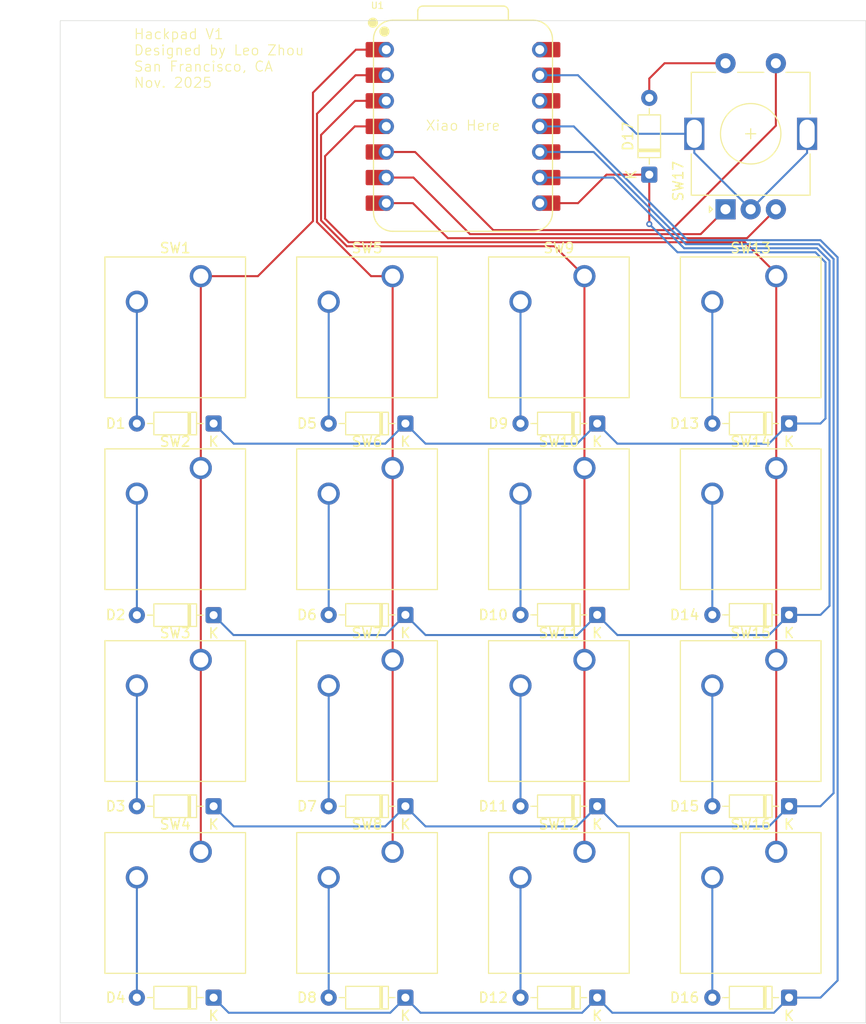
<source format=kicad_pcb>
(kicad_pcb (version 20241229) (generator "pcbnew") (generator_version "9.0")
  (layers (0 "F.Cu" signal) (2 "B.Cu" signal) (13 "F.Paste" user) (15 "B.Paste" user) (5 "F.SilkS" user "F.Silkscreen") (7 "B.SilkS" user "B.Silkscreen") (1 "F.Mask" user) (3 "B.Mask" user) (25 "Edge.Cuts" user))
  (net 0 "")
  (net 1 "r0")
  (net 2 "Net-(D1-A)")
  (net 3 "Net-(D2-A)")
  (net 4 "r1")
  (net 5 "Net-(D3-A)")
  (net 6 "r2")
  (net 7 "Net-(D4-A)")
  (net 8 "r3")
  (net 9 "Net-(D5-A)")
  (net 10 "Net-(D6-A)")
  (net 11 "Net-(D7-A)")
  (net 12 "Net-(D8-A)")
  (net 13 "Net-(D9-A)")
  (net 14 "Net-(D10-A)")
  (net 15 "Net-(D11-A)")
  (net 16 "Net-(D12-A)")
  (net 17 "Net-(D13-A)")
  (net 18 "Net-(D14-A)")
  (net 19 "Net-(D15-A)")
  (net 20 "Net-(D16-A)")
  (net 21 "EC11_SW_B")
  (net 22 "c0")
  (net 23 "c1")
  (net 24 "c2")
  (net 25 "c3")
  (net 26 "GND")
  (net 27 "EC11_B")
  (net 28 "EC11_A")
  (net 29 "EC11_SW_A")
  (net 31 "+5V")
  (footprint "Diode_THT:D_DO-35_SOD27_P7.62mm_Horizontal" (layer "F.Cu") (at 170.3812 107 180)
    (property "Reference" "D15" (at 10.3812 0 0) (layer "F.SilkS"))
    (property "Value" "1N4148")
    (fp_text user "K" (at 0 -1.8 0) (layer "F.SilkS"))
    (pad "1" thru_hole roundrect (at 0 0 180) (size 1.6 1.6) (drill 0.8) (layers "*.Cu" "*.Mask") (roundrect_rratio 0.15625) (net 6 "r2"))
    (pad "2" thru_hole circle (at 7.62 0 180) (size 1.6 1.6) (drill 0.8) (layers "*.Cu" "*.Mask") (net 19 "Net-(D15-A)"))
  )
  (footprint "Button_Switch_Keyboard:SW_Cherry_MX_1.00u_PCB" (layer "F.Cu") (at 169.1112 54.3696)
    (property "Reference" "SW13" (at -2.54 -2.794 0) (layer "F.SilkS"))
    (property "Value" "SW_Push_45deg")
    (pad "" np_thru_hole circle (at -7.62 5.08) (size 1.7 1.7) (drill 1.7) (layers "*.Cu" "*.Mask"))
    (pad "" np_thru_hole circle (at -2.54 5.08) (size 4 4) (drill 4) (layers "*.Cu" "*.Mask"))
    (pad "" np_thru_hole circle (at 2.54 5.08) (size 1.7 1.7) (drill 1.7) (layers "*.Cu" "*.Mask"))
    (pad "1" thru_hole circle (at 0 0) (size 2.2 2.2) (drill 1.5) (layers "*.Cu" "*.Mask") (net 25 "c3"))
    (pad "2" thru_hole circle (at -6.35 2.54) (size 2.2 2.2) (drill 1.5) (layers "*.Cu" "*.Mask") (net 17 "Net-(D13-A)"))
  )
  (footprint "Button_Switch_Keyboard:SW_Cherry_MX_1.00u_PCB" (layer "F.Cu") (at 169.1112 73.42)
    (property "Reference" "SW14" (at -2.54 -2.62 0) (layer "F.SilkS"))
    (property "Value" "SW_Push_45deg")
    (pad "" np_thru_hole circle (at -7.62 5.08) (size 1.7 1.7) (drill 1.7) (layers "*.Cu" "*.Mask"))
    (pad "" np_thru_hole circle (at -2.54 5.08) (size 4 4) (drill 4) (layers "*.Cu" "*.Mask"))
    (pad "" np_thru_hole circle (at 2.54 5.08) (size 1.7 1.7) (drill 1.7) (layers "*.Cu" "*.Mask"))
    (pad "1" thru_hole circle (at 0 0) (size 2.2 2.2) (drill 1.5) (layers "*.Cu" "*.Mask") (net 25 "c3"))
    (pad "2" thru_hole circle (at -6.35 2.54) (size 2.2 2.2) (drill 1.5) (layers "*.Cu" "*.Mask") (net 18 "Net-(D14-A)"))
  )
  (footprint "Button_Switch_Keyboard:SW_Cherry_MX_1.00u_PCB" (layer "F.Cu") (at 131.0104 92.4704)
    (property "Reference" "SW7" (at -2.54 -2.6704 0) (layer "F.SilkS"))
    (property "Value" "SW_Push_45deg")
    (pad "" np_thru_hole circle (at -7.62 5.08) (size 1.7 1.7) (drill 1.7) (layers "*.Cu" "*.Mask"))
    (pad "" np_thru_hole circle (at -2.54 5.08) (size 4 4) (drill 4) (layers "*.Cu" "*.Mask"))
    (pad "" np_thru_hole circle (at 2.54 5.08) (size 1.7 1.7) (drill 1.7) (layers "*.Cu" "*.Mask"))
    (pad "1" thru_hole circle (at 0 0) (size 2.2 2.2) (drill 1.5) (layers "*.Cu" "*.Mask") (net 23 "c1"))
    (pad "2" thru_hole circle (at -6.35 2.54) (size 2.2 2.2) (drill 1.5) (layers "*.Cu" "*.Mask") (net 11 "Net-(D7-A)"))
  )
  (footprint "Button_Switch_Keyboard:SW_Cherry_MX_1.00u_PCB" (layer "F.Cu") (at 131.0104 54.3696)
    (property "Reference" "SW5" (at -2.54 -2.794 0) (layer "F.SilkS"))
    (property "Value" "SW_Push_45deg")
    (pad "" np_thru_hole circle (at -7.62 5.08) (size 1.7 1.7) (drill 1.7) (layers "*.Cu" "*.Mask"))
    (pad "" np_thru_hole circle (at -2.54 5.08) (size 4 4) (drill 4) (layers "*.Cu" "*.Mask"))
    (pad "" np_thru_hole circle (at 2.54 5.08) (size 1.7 1.7) (drill 1.7) (layers "*.Cu" "*.Mask"))
    (pad "1" thru_hole circle (at 0 0) (size 2.2 2.2) (drill 1.5) (layers "*.Cu" "*.Mask") (net 23 "c1"))
    (pad "2" thru_hole circle (at -6.35 2.54) (size 2.2 2.2) (drill 1.5) (layers "*.Cu" "*.Mask") (net 9 "Net-(D5-A)"))
  )
  (footprint "MountingHole:MountingHole_3.2mm_M3" (layer "F.Cu") (at 153 32.5)
    (property "Reference" "REF**" (hide yes))
    (property "Value" "MountingHole_3.2mm_M3")
    (pad "" np_thru_hole circle (at 0 0) (size 3.2 3.2) (drill 3.2) (layers "*.Cu" "*.Mask"))
  )
  (footprint "Diode_THT:D_DO-35_SOD27_P7.62mm_Horizontal" (layer "F.Cu") (at 151.3308 69 180)
    (property "Reference" "D9" (at 9.8308 0 0) (layer "F.SilkS"))
    (property "Value" "1N4148")
    (fp_text user "K" (at 0 -1.8 0) (layer "F.SilkS"))
    (pad "1" thru_hole roundrect (at 0 0 180) (size 1.6 1.6) (drill 0.8) (layers "*.Cu" "*.Mask") (roundrect_rratio 0.15625) (net 1 "r0"))
    (pad "2" thru_hole circle (at 7.62 0 180) (size 1.6 1.6) (drill 0.8) (layers "*.Cu" "*.Mask") (net 13 "Net-(D9-A)"))
  )
  (footprint "Diode_THT:D_DO-35_SOD27_P7.62mm_Horizontal" (layer "F.Cu") (at 132.2804 126 180)
    (property "Reference" "D8" (at 9.7804 0 0) (layer "F.SilkS"))
    (property "Value" "1N4148")
    (fp_text user "K" (at 0 -1.8 0) (layer "F.SilkS"))
    (pad "1" thru_hole roundrect (at 0 0 180) (size 1.6 1.6) (drill 0.8) (layers "*.Cu" "*.Mask") (roundrect_rratio 0.15625) (net 8 "r3"))
    (pad "2" thru_hole circle (at 7.62 0 180) (size 1.6 1.6) (drill 0.8) (layers "*.Cu" "*.Mask") (net 12 "Net-(D8-A)"))
  )
  (footprint "Diode_THT:D_DO-35_SOD27_P7.62mm_Horizontal" (layer "F.Cu") (at 132.2804 88 180)
    (property "Reference" "D6" (at 9.7804 0 0) (layer "F.SilkS"))
    (property "Value" "1N4148")
    (fp_text user "K" (at 0 -1.8 0) (layer "F.SilkS"))
    (pad "1" thru_hole roundrect (at 0 0 180) (size 1.6 1.6) (drill 0.8) (layers "*.Cu" "*.Mask") (roundrect_rratio 0.15625) (net 4 "r1"))
    (pad "2" thru_hole circle (at 7.62 0 180) (size 1.6 1.6) (drill 0.8) (layers "*.Cu" "*.Mask") (net 10 "Net-(D6-A)"))
  )
  (footprint "Button_Switch_Keyboard:SW_Cherry_MX_1.00u_PCB" (layer "F.Cu") (at 131.0104 73.42)
    (property "Reference" "SW6" (at -2.54 -2.62 0) (layer "F.SilkS"))
    (property "Value" "SW_Push_45deg")
    (pad "" np_thru_hole circle (at -7.62 5.08) (size 1.7 1.7) (drill 1.7) (layers "*.Cu" "*.Mask"))
    (pad "" np_thru_hole circle (at -2.54 5.08) (size 4 4) (drill 4) (layers "*.Cu" "*.Mask"))
    (pad "" np_thru_hole circle (at 2.54 5.08) (size 1.7 1.7) (drill 1.7) (layers "*.Cu" "*.Mask"))
    (pad "1" thru_hole circle (at 0 0) (size 2.2 2.2) (drill 1.5) (layers "*.Cu" "*.Mask") (net 23 "c1"))
    (pad "2" thru_hole circle (at -6.35 2.54) (size 2.2 2.2) (drill 1.5) (layers "*.Cu" "*.Mask") (net 10 "Net-(D6-A)"))
  )
  (footprint "Diode_THT:D_DO-35_SOD27_P7.62mm_Horizontal" (layer "F.Cu") (at 170.3812 88 180)
    (property "Reference" "D14" (at 10.3812 0 0) (layer "F.SilkS"))
    (property "Value" "1N4148")
    (fp_text user "K" (at 0 -1.8 0) (layer "F.SilkS"))
    (pad "1" thru_hole roundrect (at 0 0 180) (size 1.6 1.6) (drill 0.8) (layers "*.Cu" "*.Mask") (roundrect_rratio 0.15625) (net 4 "r1"))
    (pad "2" thru_hole circle (at 7.62 0 180) (size 1.6 1.6) (drill 0.8) (layers "*.Cu" "*.Mask") (net 18 "Net-(D14-A)"))
  )
  (footprint "Button_Switch_Keyboard:SW_Cherry_MX_1.00u_PCB" (layer "F.Cu") (at 111.96 111.5208)
    (property "Reference" "SW4" (at -2.54 -2.7208 0) (layer "F.SilkS"))
    (property "Value" "SW_Push_45deg")
    (pad "" np_thru_hole circle (at -7.62 5.08) (size 1.7 1.7) (drill 1.7) (layers "*.Cu" "*.Mask"))
    (pad "" np_thru_hole circle (at -2.54 5.08) (size 4 4) (drill 4) (layers "*.Cu" "*.Mask"))
    (pad "" np_thru_hole circle (at 2.54 5.08) (size 1.7 1.7) (drill 1.7) (layers "*.Cu" "*.Mask"))
    (pad "1" thru_hole circle (at 0 0) (size 2.2 2.2) (drill 1.5) (layers "*.Cu" "*.Mask") (net 22 "c0"))
    (pad "2" thru_hole circle (at -6.35 2.54) (size 2.2 2.2) (drill 1.5) (layers "*.Cu" "*.Mask") (net 7 "Net-(D4-A)"))
  )
  (footprint "Diode_THT:D_DO-35_SOD27_P7.62mm_Horizontal" (layer "F.Cu") (at 151.3308 88 180)
    (property "Reference" "D10" (at 10.3308 0 0) (layer "F.SilkS"))
    (property "Value" "1N4148")
    (fp_text user "K" (at 0 -1.8 0) (layer "F.SilkS"))
    (pad "1" thru_hole roundrect (at 0 0 180) (size 1.6 1.6) (drill 0.8) (layers "*.Cu" "*.Mask") (roundrect_rratio 0.15625) (net 4 "r1"))
    (pad "2" thru_hole circle (at 7.62 0 180) (size 1.6 1.6) (drill 0.8) (layers "*.Cu" "*.Mask") (net 14 "Net-(D10-A)"))
  )
  (footprint "Diode_THT:D_DO-35_SOD27_P7.62mm_Horizontal" (layer "F.Cu") (at 113.23 69 180)
    (property "Reference" "D1" (at 9.73 0 0) (layer "F.SilkS"))
    (property "Value" "1N4148")
    (fp_text user "K" (at 0 -1.8 0) (layer "F.SilkS"))
    (pad "1" thru_hole roundrect (at 0 0 180) (size 1.6 1.6) (drill 0.8) (layers "*.Cu" "*.Mask") (roundrect_rratio 0.15625) (net 1 "r0"))
    (pad "2" thru_hole circle (at 7.62 0 180) (size 1.6 1.6) (drill 0.8) (layers "*.Cu" "*.Mask") (net 2 "Net-(D1-A)"))
  )
  (footprint "Diode_THT:D_DO-35_SOD27_P7.62mm_Horizontal" (layer "F.Cu") (at 170.3812 126 180)
    (property "Reference" "D16" (at 10.3812 0 0) (layer "F.SilkS"))
    (property "Value" "1N4148")
    (fp_text user "K" (at 0 -1.8 0) (layer "F.SilkS"))
    (pad "1" thru_hole roundrect (at 0 0 180) (size 1.6 1.6) (drill 0.8) (layers "*.Cu" "*.Mask") (roundrect_rratio 0.15625) (net 8 "r3"))
    (pad "2" thru_hole circle (at 7.62 0 180) (size 1.6 1.6) (drill 0.8) (layers "*.Cu" "*.Mask") (net 20 "Net-(D16-A)"))
  )
  (footprint "Button_Switch_Keyboard:SW_Cherry_MX_1.00u_PCB" (layer "F.Cu") (at 169.1112 92.4704)
    (property "Reference" "SW15" (at -2.54 -2.6704 0) (layer "F.SilkS"))
    (property "Value" "SW_Push_45deg")
    (pad "" np_thru_hole circle (at -7.62 5.08) (size 1.7 1.7) (drill 1.7) (layers "*.Cu" "*.Mask"))
    (pad "" np_thru_hole circle (at -2.54 5.08) (size 4 4) (drill 4) (layers "*.Cu" "*.Mask"))
    (pad "" np_thru_hole circle (at 2.54 5.08) (size 1.7 1.7) (drill 1.7) (layers "*.Cu" "*.Mask"))
    (pad "1" thru_hole circle (at 0 0) (size 2.2 2.2) (drill 1.5) (layers "*.Cu" "*.Mask") (net 25 "c3"))
    (pad "2" thru_hole circle (at -6.35 2.54) (size 2.2 2.2) (drill 1.5) (layers "*.Cu" "*.Mask") (net 19 "Net-(D15-A)"))
  )
  (footprint "Diode_THT:D_DO-35_SOD27_P7.62mm_Horizontal" (layer "F.Cu") (at 156.5 44.29125 90)
    (property "Reference" "D17" (at 3.81 -2.12 90) (layer "F.SilkS"))
    (property "Value" "1N4148")
    (fp_text user "K" (at 0 -1.8 90) (layer "F.SilkS"))
    (pad "1" thru_hole roundrect (at 0 0 90) (size 1.6 1.6) (drill 0.8) (layers "*.Cu" "*.Mask") (roundrect_rratio 0.15625) (net 1 "r0"))
    (pad "2" thru_hole circle (at 7.62 0 90) (size 1.6 1.6) (drill 0.8) (layers "*.Cu" "*.Mask") (net 21 "EC11_SW_B"))
  )
  (footprint "Button_Switch_Keyboard:SW_Cherry_MX_1.00u_PCB" (layer "F.Cu") (at 150.0608 92.4704)
    (property "Reference" "SW11" (at -2.54 -2.6704 0) (layer "F.SilkS"))
    (property "Value" "SW_Push_45deg")
    (pad "" np_thru_hole circle (at -7.62 5.08) (size 1.7 1.7) (drill 1.7) (layers "*.Cu" "*.Mask"))
    (pad "" np_thru_hole circle (at -2.54 5.08) (size 4 4) (drill 4) (layers "*.Cu" "*.Mask"))
    (pad "" np_thru_hole circle (at 2.54 5.08) (size 1.7 1.7) (drill 1.7) (layers "*.Cu" "*.Mask"))
    (pad "1" thru_hole circle (at 0 0) (size 2.2 2.2) (drill 1.5) (layers "*.Cu" "*.Mask") (net 24 "c2"))
    (pad "2" thru_hole circle (at -6.35 2.54) (size 2.2 2.2) (drill 1.5) (layers "*.Cu" "*.Mask") (net 15 "Net-(D11-A)"))
  )
  (footprint "Button_Switch_Keyboard:SW_Cherry_MX_1.00u_PCB" (layer "F.Cu") (at 131.0104 111.5208)
    (property "Reference" "SW8" (at -2.54 -2.7208 0) (layer "F.SilkS"))
    (property "Value" "SW_Push_45deg")
    (pad "" np_thru_hole circle (at -7.62 5.08) (size 1.7 1.7) (drill 1.7) (layers "*.Cu" "*.Mask"))
    (pad "" np_thru_hole circle (at -2.54 5.08) (size 4 4) (drill 4) (layers "*.Cu" "*.Mask"))
    (pad "" np_thru_hole circle (at 2.54 5.08) (size 1.7 1.7) (drill 1.7) (layers "*.Cu" "*.Mask"))
    (pad "1" thru_hole circle (at 0 0) (size 2.2 2.2) (drill 1.5) (layers "*.Cu" "*.Mask") (net 23 "c1"))
    (pad "2" thru_hole circle (at -6.35 2.54) (size 2.2 2.2) (drill 1.5) (layers "*.Cu" "*.Mask") (net 12 "Net-(D8-A)"))
  )
  (footprint "Diode_THT:D_DO-35_SOD27_P7.62mm_Horizontal" (layer "F.Cu") (at 113.23 107 180)
    (property "Reference" "D3" (at 9.73 0 0) (layer "F.SilkS"))
    (property "Value" "1N4148")
    (fp_text user "K" (at 0 -1.8 0) (layer "F.SilkS"))
    (pad "1" thru_hole roundrect (at 0 0 180) (size 1.6 1.6) (drill 0.8) (layers "*.Cu" "*.Mask") (roundrect_rratio 0.15625) (net 6 "r2"))
    (pad "2" thru_hole circle (at 7.62 0 180) (size 1.6 1.6) (drill 0.8) (layers "*.Cu" "*.Mask") (net 5 "Net-(D3-A)"))
  )
  (footprint "Button_Switch_Keyboard:SW_Cherry_MX_1.00u_PCB" (layer "F.Cu") (at 111.96 73.42)
    (property "Reference" "SW2" (at -2.54 -2.62 0) (layer "F.SilkS"))
    (property "Value" "SW_Push_45deg")
    (pad "" np_thru_hole circle (at -7.62 5.08) (size 1.7 1.7) (drill 1.7) (layers "*.Cu" "*.Mask"))
    (pad "" np_thru_hole circle (at -2.54 5.08) (size 4 4) (drill 4) (layers "*.Cu" "*.Mask"))
    (pad "" np_thru_hole circle (at 2.54 5.08) (size 1.7 1.7) (drill 1.7) (layers "*.Cu" "*.Mask"))
    (pad "1" thru_hole circle (at 0 0) (size 2.2 2.2) (drill 1.5) (layers "*.Cu" "*.Mask") (net 22 "c0"))
    (pad "2" thru_hole circle (at -6.35 2.54) (size 2.2 2.2) (drill 1.5) (layers "*.Cu" "*.Mask") (net 3 "Net-(D2-A)"))
  )
  (footprint "Button_Switch_Keyboard:SW_Cherry_MX_1.00u_PCB" (layer "F.Cu") (at 111.96 54.3696)
    (property "Reference" "SW1" (at -2.54 -2.794 0) (layer "F.SilkS"))
    (property "Value" "SW_Push_45deg")
    (pad "" np_thru_hole circle (at -7.62 5.08) (size 1.7 1.7) (drill 1.7) (layers "*.Cu" "*.Mask"))
    (pad "" np_thru_hole circle (at -2.54 5.08) (size 4 4) (drill 4) (layers "*.Cu" "*.Mask"))
    (pad "" np_thru_hole circle (at 2.54 5.08) (size 1.7 1.7) (drill 1.7) (layers "*.Cu" "*.Mask"))
    (pad "1" thru_hole circle (at 0 0) (size 2.2 2.2) (drill 1.5) (layers "*.Cu" "*.Mask") (net 22 "c0"))
    (pad "2" thru_hole circle (at -6.35 2.54) (size 2.2 2.2) (drill 1.5) (layers "*.Cu" "*.Mask") (net 2 "Net-(D1-A)"))
  )
  (footprint "Button_Switch_Keyboard:SW_Cherry_MX_1.00u_PCB" (layer "F.Cu") (at 111.96 92.4704)
    (property "Reference" "SW3" (at -2.54 -2.6704 0) (layer "F.SilkS"))
    (property "Value" "SW_Push_45deg")
    (pad "" np_thru_hole circle (at -7.62 5.08) (size 1.7 1.7) (drill 1.7) (layers "*.Cu" "*.Mask"))
    (pad "" np_thru_hole circle (at -2.54 5.08) (size 4 4) (drill 4) (layers "*.Cu" "*.Mask"))
    (pad "" np_thru_hole circle (at 2.54 5.08) (size 1.7 1.7) (drill 1.7) (layers "*.Cu" "*.Mask"))
    (pad "1" thru_hole circle (at 0 0) (size 2.2 2.2) (drill 1.5) (layers "*.Cu" "*.Mask") (net 22 "c0"))
    (pad "2" thru_hole circle (at -6.35 2.54) (size 2.2 2.2) (drill 1.5) (layers "*.Cu" "*.Mask") (net 5 "Net-(D3-A)"))
  )
  (footprint "OPL:XIAO-RP2040-DIP" (layer "F.Cu") (at 138 39.5)
    (property "Reference" "U1" (at -8.5 -12 0) (layer "F.SilkS") (effects (font (size 0.635 0.635) (thickness 0.1016))))
    (property "Value" "XIAO-RP2040-DIP")
    (pad "1" smd roundrect (at -8.455 -7.62 180) (size 2.432 1.524) (layers "F.Cu" "F.Mask") (roundrect_rratio 0.1) (net 22 "c0"))
    (pad "1" thru_hole circle (at -7.62 -7.62 180) (size 1.524 1.524) (drill 0.889) (layers "*.Cu" "*.Mask") (net 22 "c0"))
    (pad "2" smd roundrect (at -8.455 -5.08 180) (size 2.432 1.524) (layers "F.Cu" "F.Mask") (roundrect_rratio 0.1) (net 23 "c1"))
    (pad "2" thru_hole circle (at -7.62 -5.08 180) (size 1.524 1.524) (drill 0.889) (layers "*.Cu" "*.Mask") (net 23 "c1"))
    (pad "3" smd roundrect (at -8.455 -2.54 180) (size 2.432 1.524) (layers "F.Cu" "F.Mask") (roundrect_rratio 0.1) (net 24 "c2"))
    (pad "3" thru_hole circle (at -7.62 -2.54 180) (size 1.524 1.524) (drill 0.889) (layers "*.Cu" "*.Mask") (net 24 "c2"))
    (pad "4" smd roundrect (at -8.455 0 180) (size 2.432 1.524) (layers "F.Cu" "F.Mask") (roundrect_rratio 0.1) (net 25 "c3"))
    (pad "4" thru_hole circle (at -7.62 0 180) (size 1.524 1.524) (drill 0.889) (layers "*.Cu" "*.Mask") (net 25 "c3"))
    (pad "5" smd roundrect (at -8.455 2.54 180) (size 2.432 1.524) (layers "F.Cu" "F.Mask") (roundrect_rratio 0.1) (net 29 "EC11_SW_A"))
    (pad "5" thru_hole circle (at -7.62 2.54 180) (size 1.524 1.524) (drill 0.889) (layers "*.Cu" "*.Mask") (net 29 "EC11_SW_A"))
    (pad "6" smd roundrect (at -8.455 5.08 180) (size 2.432 1.524) (layers "F.Cu" "F.Mask") (roundrect_rratio 0.1) (net 28 "EC11_A"))
    (pad "6" thru_hole circle (at -7.62 5.08 180) (size 1.524 1.524) (drill 0.889) (layers "*.Cu" "*.Mask") (net 28 "EC11_A"))
    (pad "7" smd roundrect (at -8.455 7.62 180) (size 2.432 1.524) (layers "F.Cu" "F.Mask") (roundrect_rratio 0.1) (net 27 "EC11_B"))
    (pad "7" thru_hole circle (at -7.62 7.62 180) (size 1.524 1.524) (drill 0.889) (layers "*.Cu" "*.Mask") (net 27 "EC11_B"))
    (pad "8" thru_hole circle (at 7.62 7.62) (size 1.524 1.524) (drill 0.889) (layers "*.Cu" "*.Mask") (net 1 "r0"))
    (pad "8" smd roundrect (at 8.455 7.62) (size 2.432 1.524) (layers "F.Cu" "F.Mask") (roundrect_rratio 0.1) (net 1 "r0"))
    (pad "9" thru_hole circle (at 7.62 5.08) (size 1.524 1.524) (drill 0.889) (layers "*.Cu" "*.Mask") (net 4 "r1"))
    (pad "9" smd roundrect (at 8.455 5.08) (size 2.432 1.524) (layers "F.Cu" "F.Mask") (roundrect_rratio 0.1) (net 4 "r1"))
    (pad "10" thru_hole circle (at 7.62 2.54) (size 1.524 1.524) (drill 0.889) (layers "*.Cu" "*.Mask") (net 6 "r2"))
    (pad "10" smd roundrect (at 8.455 2.54) (size 2.432 1.524) (layers "F.Cu" "F.Mask") (roundrect_rratio 0.1) (net 6 "r2"))
    (pad "11" thru_hole circle (at 7.62 0) (size 1.524 1.524) (drill 0.889) (layers "*.Cu" "*.Mask") (net 8 "r3"))
    (pad "11" smd roundrect (at 8.455 0) (size 2.432 1.524) (layers "F.Cu" "F.Mask") (roundrect_rratio 0.1) (net 8 "r3"))
    (pad "12" thru_hole circle (at 7.62 -2.54) (size 1.524 1.524) (drill 0.889) (layers "*.Cu" "*.Mask"))
    (pad "12" smd roundrect (at 8.455 -2.54) (size 2.432 1.524) (layers "F.Cu" "F.Mask") (roundrect_rratio 0.1))
    (pad "13" thru_hole circle (at 7.62 -5.08) (size 1.524 1.524) (drill 0.889) (layers "*.Cu" "*.Mask") (net 26 "GND"))
    (pad "13" smd roundrect (at 8.455 -5.08) (size 2.432 1.524) (layers "F.Cu" "F.Mask") (roundrect_rratio 0.1) (net 26 "GND"))
    (pad "14" thru_hole circle (at 7.62 -7.62) (size 1.524 1.524) (drill 0.889) (layers "*.Cu" "*.Mask") (net 31 "+5V"))
    (pad "14" smd roundrect (at 8.455 -7.62) (size 2.432 1.524) (layers "F.Cu" "F.Mask") (roundrect_rratio 0.1) (net 31 "+5V"))
  )
  (footprint "Button_Switch_Keyboard:SW_Cherry_MX_1.00u_PCB" (layer "F.Cu") (at 150.0608 111.5208)
    (property "Reference" "SW12" (at -2.54 -2.7208 0) (layer "F.SilkS"))
    (property "Value" "SW_Push_45deg")
    (pad "" np_thru_hole circle (at -7.62 5.08) (size 1.7 1.7) (drill 1.7) (layers "*.Cu" "*.Mask"))
    (pad "" np_thru_hole circle (at -2.54 5.08) (size 4 4) (drill 4) (layers "*.Cu" "*.Mask"))
    (pad "" np_thru_hole circle (at 2.54 5.08) (size 1.7 1.7) (drill 1.7) (layers "*.Cu" "*.Mask"))
    (pad "1" thru_hole circle (at 0 0) (size 2.2 2.2) (drill 1.5) (layers "*.Cu" "*.Mask") (net 24 "c2"))
    (pad "2" thru_hole circle (at -6.35 2.54) (size 2.2 2.2) (drill 1.5) (layers "*.Cu" "*.Mask") (net 16 "Net-(D12-A)"))
  )
  (footprint "Rotary Encoders:RotaryEncoder_Alps_EC11E-Switch_Vertical_H20mm" (layer "F.Cu") (at 164.0712 47.73125 90)
    (property "Reference" "SW17" (at 2.8 -4.7 90) (layer "F.SilkS"))
    (property "Value" "RotaryEncoder_Switch")
    (pad "A" thru_hole rect (at 0 0 90) (size 2 2) (drill 1) (layers "*.Cu" "*.Mask") (net 28 "EC11_A"))
    (pad "B" thru_hole circle (at 0 5 90) (size 2 2) (drill 1) (layers "*.Cu" "*.Mask") (net 27 "EC11_B"))
    (pad "C" thru_hole circle (at 0 2.5 90) (size 2 2) (drill 1) (layers "*.Cu" "*.Mask") (net 26 "GND"))
    (pad "MP" thru_hole rect (at 7.5 -3.1 90) (size 3.2 2) (drill oval 2.8 1.5) (layers "*.Cu" "*.Mask") (net 26 "GND"))
    (pad "MP" thru_hole rect (at 7.5 8.1 90) (size 3.2 2) (drill oval 2.8 1.5) (layers "*.Cu" "*.Mask") (net 26 "GND"))
    (pad "S1" thru_hole circle (at 14.5 5 90) (size 2 2) (drill 1) (layers "*.Cu" "*.Mask") (net 29 "EC11_SW_A"))
    (pad "S2" thru_hole circle (at 14.5 0 90) (size 2 2) (drill 1) (layers "*.Cu" "*.Mask") (net 21 "EC11_SW_B"))
  )
  (footprint "MountingHole:MountingHole_3.2mm_M3" (layer "F.Cu") (at 101.5 32.5)
    (property "Reference" "REF**" (hide yes))
    (property "Value" "MountingHole_3.2mm_M3")
    (pad "" np_thru_hole circle (at 0 0) (size 3.2 3.2) (drill 3.2) (layers "*.Cu" "*.Mask"))
  )
  (footprint "Diode_THT:D_DO-35_SOD27_P7.62mm_Horizontal" (layer "F.Cu") (at 132.2804 107 180)
    (property "Reference" "D7" (at 9.7804 0 0) (layer "F.SilkS"))
    (property "Value" "1N4148")
    (fp_text user "K" (at 0 -1.8 0) (layer "F.SilkS"))
    (pad "1" thru_hole roundrect (at 0 0 180) (size 1.6 1.6) (drill 0.8) (layers "*.Cu" "*.Mask") (roundrect_rratio 0.15625) (net 6 "r2"))
    (pad "2" thru_hole circle (at 7.62 0 180) (size 1.6 1.6) (drill 0.8) (layers "*.Cu" "*.Mask") (net 11 "Net-(D7-A)"))
  )
  (footprint "Button_Switch_Keyboard:SW_Cherry_MX_1.00u_PCB" (layer "F.Cu") (at 169.1112 111.5208)
    (property "Reference" "SW16" (at -2.54 -2.7208 0) (layer "F.SilkS"))
    (property "Value" "SW_Push_45deg")
    (pad "" np_thru_hole circle (at -7.62 5.08) (size 1.7 1.7) (drill 1.7) (layers "*.Cu" "*.Mask"))
    (pad "" np_thru_hole circle (at -2.54 5.08) (size 4 4) (drill 4) (layers "*.Cu" "*.Mask"))
    (pad "" np_thru_hole circle (at 2.54 5.08) (size 1.7 1.7) (drill 1.7) (layers "*.Cu" "*.Mask"))
    (pad "1" thru_hole circle (at 0 0) (size 2.2 2.2) (drill 1.5) (layers "*.Cu" "*.Mask") (net 25 "c3"))
    (pad "2" thru_hole circle (at -6.35 2.54) (size 2.2 2.2) (drill 1.5) (layers "*.Cu" "*.Mask") (net 20 "Net-(D16-A)"))
  )
  (footprint "Button_Switch_Keyboard:SW_Cherry_MX_1.00u_PCB" (layer "F.Cu") (at 150.0608 54.3696)
    (property "Reference" "SW9" (at -2.54 -2.794 0) (layer "F.SilkS"))
    (property "Value" "SW_Push_45deg")
    (pad "" np_thru_hole circle (at -7.62 5.08) (size 1.7 1.7) (drill 1.7) (layers "*.Cu" "*.Mask"))
    (pad "" np_thru_hole circle (at -2.54 5.08) (size 4 4) (drill 4) (layers "*.Cu" "*.Mask"))
    (pad "" np_thru_hole circle (at 2.54 5.08) (size 1.7 1.7) (drill 1.7) (layers "*.Cu" "*.Mask"))
    (pad "1" thru_hole circle (at 0 0) (size 2.2 2.2) (drill 1.5) (layers "*.Cu" "*.Mask") (net 24 "c2"))
    (pad "2" thru_hole circle (at -6.35 2.54) (size 2.2 2.2) (drill 1.5) (layers "*.Cu" "*.Mask") (net 13 "Net-(D9-A)"))
  )
  (footprint "Diode_THT:D_DO-35_SOD27_P7.62mm_Horizontal" (layer "F.Cu") (at 132.2804 69 180)
    (property "Reference" "D5" (at 9.7804 0 0) (layer "F.SilkS"))
    (property "Value" "1N4148")
    (fp_text user "K" (at 0 -1.8 0) (layer "F.SilkS"))
    (pad "1" thru_hole roundrect (at 0 0 180) (size 1.6 1.6) (drill 0.8) (layers "*.Cu" "*.Mask") (roundrect_rratio 0.15625) (net 1 "r0"))
    (pad "2" thru_hole circle (at 7.62 0 180) (size 1.6 1.6) (drill 0.8) (layers "*.Cu" "*.Mask") (net 9 "Net-(D5-A)"))
  )
  (footprint "Diode_THT:D_DO-35_SOD27_P7.62mm_Horizontal" (layer "F.Cu") (at 151.3308 107 180)
    (property "Reference" "D11" (at 10.3308 0 0) (layer "F.SilkS"))
    (property "Value" "1N4148")
    (fp_text user "K" (at 0 -1.8 0) (layer "F.SilkS"))
    (pad "1" thru_hole roundrect (at 0 0 180) (size 1.6 1.6) (drill 0.8) (layers "*.Cu" "*.Mask") (roundrect_rratio 0.15625) (net 6 "r2"))
    (pad "2" thru_hole circle (at 7.62 0 180) (size 1.6 1.6) (drill 0.8) (layers "*.Cu" "*.Mask") (net 15 "Net-(D11-A)"))
  )
  (footprint "Diode_THT:D_DO-35_SOD27_P7.62mm_Horizontal" (layer "F.Cu") (at 170.3812 69 180)
    (property "Reference" "D13" (at 10.3812 0 0) (layer "F.SilkS"))
    (property "Value" "1N4148")
    (fp_text user "K" (at 0 -1.8 0) (layer "F.SilkS"))
    (pad "1" thru_hole roundrect (at 0 0 180) (size 1.6 1.6) (drill 0.8) (layers "*.Cu" "*.Mask") (roundrect_rratio 0.15625) (net 1 "r0"))
    (pad "2" thru_hole circle (at 7.62 0 180) (size 1.6 1.6) (drill 0.8) (layers "*.Cu" "*.Mask") (net 17 "Net-(D13-A)"))
  )
  (footprint "Diode_THT:D_DO-35_SOD27_P7.62mm_Horizontal" (layer "F.Cu") (at 151.3308 126 180)
    (property "Reference" "D12" (at 10.3308 0 0) (layer "F.SilkS"))
    (property "Value" "1N4148")
    (fp_text user "K" (at 0 -1.8 0) (layer "F.SilkS"))
    (pad "1" thru_hole roundrect (at 0 0 180) (size 1.6 1.6) (drill 0.8) (layers "*.Cu" "*.Mask") (roundrect_rratio 0.15625) (net 8 "r3"))
    (pad "2" thru_hole circle (at 7.62 0 180) (size 1.6 1.6) (drill 0.8) (layers "*.Cu" "*.Mask") (net 16 "Net-(D12-A)"))
  )
  (footprint "Diode_THT:D_DO-35_SOD27_P7.62mm_Horizontal" (layer "F.Cu") (at 113.23 88.0252 180)
    (property "Reference" "D2" (at 9.73 0.0252 0) (layer "F.SilkS"))
    (property "Value" "1N4148")
    (fp_text user "K" (at 0 -1.8 0) (layer "F.SilkS"))
    (pad "1" thru_hole roundrect (at 0 0 180) (size 1.6 1.6) (drill 0.8) (layers "*.Cu" "*.Mask") (roundrect_rratio 0.15625) (net 4 "r1"))
    (pad "2" thru_hole circle (at 7.62 0 180) (size 1.6 1.6) (drill 0.8) (layers "*.Cu" "*.Mask") (net 3 "Net-(D2-A)"))
  )
  (footprint "Button_Switch_Keyboard:SW_Cherry_MX_1.00u_PCB" (layer "F.Cu") (at 150.0608 73.42)
    (property "Reference" "SW10" (at -2.54 -2.62 0) (layer "F.SilkS"))
    (property "Value" "SW_Push_45deg")
    (pad "" np_thru_hole circle (at -7.62 5.08) (size 1.7 1.7) (drill 1.7) (layers "*.Cu" "*.Mask"))
    (pad "" np_thru_hole circle (at -2.54 5.08) (size 4 4) (drill 4) (layers "*.Cu" "*.Mask"))
    (pad "" np_thru_hole circle (at 2.54 5.08) (size 1.7 1.7) (drill 1.7) (layers "*.Cu" "*.Mask"))
    (pad "1" thru_hole circle (at 0 0) (size 2.2 2.2) (drill 1.5) (layers "*.Cu" "*.Mask") (net 24 "c2"))
    (pad "2" thru_hole circle (at -6.35 2.54) (size 2.2 2.2) (drill 1.5) (layers "*.Cu" "*.Mask") (net 14 "Net-(D10-A)"))
  )
  (footprint "Diode_THT:D_DO-35_SOD27_P7.62mm_Horizontal" (layer "F.Cu") (at 113.23 126 180)
    (property "Reference" "D4" (at 9.73 0 0) (layer "F.SilkS"))
    (property "Value" "1N4148")
    (fp_text user "K" (at 0 -1.8 0) (layer "F.SilkS"))
    (pad "1" thru_hole roundrect (at 0 0 180) (size 1.6 1.6) (drill 0.8) (layers "*.Cu" "*.Mask") (roundrect_rratio 0.15625) (net 8 "r3"))
    (pad "2" thru_hole circle (at 7.62 0 180) (size 1.6 1.6) (drill 0.8) (layers "*.Cu" "*.Mask") (net 7 "Net-(D4-A)"))
  )
  (gr_rect (start 98 29) (end 178 128.5) (stroke (width 0.05)) (fill no) (layer "Edge.Cuts"))
  (gr_text "Hackpad V1\nDesigned by Leo Zhou\nSan Francisco, CA\nNov. 2025" (at 105.25 35.75 0) (layer "F.SilkS") (effects (font (size 1 1) (thickness 0.1)) (justify left bottom)))
  (gr_text "Xiao Here" (at 138 40 0) (layer "F.SilkS") (effects (font (size 1 1) (thickness 0.1)) (justify bottom)))
  (segment (start 156.5 44.29125) (end 156.5 49.197) (width 0.2) (layer "F.Cu") (net 1))
  (segment (start 152.25 44.29125) (end 156.5 44.29125) (width 0.2) (layer "F.Cu") (net 1))
  (segment (start 146.455 47.12) (end 149.42125 47.12) (width 0.2) (layer "F.Cu") (net 1))
  (segment (start 149.42125 47.12) (end 152.25 44.29125) (width 0.2) (layer "F.Cu") (net 1))
  (via (at 156.5 49.197) (size 0.6) (drill 0.3) (layers "F.Cu" "B.Cu") (net 1))
  (segment (start 115.23 71) (end 130.2804 71) (width 0.2) (layer "B.Cu") (net 1))
  (segment (start 173.5 69) (end 174 68.5) (width 0.2) (layer "B.Cu") (net 1))
  (segment (start 159.303 52) (end 173 52) (width 0.2) (layer "B.Cu") (net 1))
  (segment (start 173 52) (end 174 53) (width 0.2) (layer "B.Cu") (net 1))
  (segment (start 153.3308 71) (end 151.3308 69) (width 0.2) (layer "B.Cu") (net 1))
  (segment (start 130.2804 71) (end 132.2804 69) (width 0.2) (layer "B.Cu") (net 1))
  (segment (start 168.3812 71) (end 170.3812 69) (width 0.2) (layer "B.Cu") (net 1))
  (segment (start 149.3308 71) (end 151.3308 69) (width 0.2) (layer "B.Cu") (net 1))
  (segment (start 113.23 69) (end 115.23 71) (width 0.2) (layer "B.Cu") (net 1))
  (segment (start 153.3308 71) (end 168.3812 71) (width 0.2) (layer "B.Cu") (net 1))
  (segment (start 170.3812 69) (end 173.5 69) (width 0.2) (layer "B.Cu") (net 1))
  (segment (start 134.2804 71) (end 132.2804 69) (width 0.2) (layer "B.Cu") (net 1))
  (segment (start 134.2804 71) (end 149.3308 71) (width 0.2) (layer "B.Cu") (net 1))
  (segment (start 156.5 49.197) (end 159.303 52) (width 0.2) (layer "B.Cu") (net 1))
  (segment (start 174 53) (end 174 68.5) (width 0.2) (layer "B.Cu") (net 1))
  (segment (start 105.61 56.9096) (end 105.61 69) (width 0.2) (layer "B.Cu") (net 2))
  (segment (start 105.61 75.96) (end 105.61 88.0252) (width 0.2) (layer "B.Cu") (net 3))
  (segment (start 152.9458 44.58) (end 145.62 44.58) (width 0.2) (layer "B.Cu") (net 4))
  (segment (start 173.5 88) (end 174.401 87.099) (width 0.2) (layer "B.Cu") (net 4))
  (segment (start 170.3812 88) (end 173.5 88) (width 0.2) (layer "B.Cu") (net 4))
  (segment (start 173.1661 51.599) (end 159.9648 51.599) (width 0.2) (layer "B.Cu") (net 4))
  (segment (start 115.2048 90) (end 130.2804 90) (width 0.2) (layer "B.Cu") (net 4))
  (segment (start 170.3812 88) (end 168.3812 90) (width 0.2) (layer "B.Cu") (net 4))
  (segment (start 132.2804 88) (end 130.2804 90) (width 0.2) (layer "B.Cu") (net 4))
  (segment (start 151.3308 88) (end 153.3308 90) (width 0.2) (layer "B.Cu") (net 4))
  (segment (start 134.2804 90) (end 149.3308 90) (width 0.2) (layer "B.Cu") (net 4))
  (segment (start 149.3308 90) (end 151.3308 88) (width 0.2) (layer "B.Cu") (net 4))
  (segment (start 132.2804 88) (end 134.2804 90) (width 0.2) (layer "B.Cu") (net 4))
  (segment (start 159.9648 51.599) (end 152.9458 44.58) (width 0.2) (layer "B.Cu") (net 4))
  (segment (start 113.23 88.0252) (end 115.2048 90) (width 0.2) (layer "B.Cu") (net 4))
  (segment (start 174.401 52.8339) (end 173.1661 51.599) (width 0.2) (layer "B.Cu") (net 4))
  (segment (start 174.401 87.099) (end 174.401 52.8339) (width 0.2) (layer "B.Cu") (net 4))
  (segment (start 153.3308 90) (end 168.3812 90) (width 0.2) (layer "B.Cu") (net 4))
  (segment (start 105.61 95.0104) (end 105.61 107) (width 0.2) (layer "B.Cu") (net 5))
  (segment (start 173.5 107) (end 174.802 105.698) (width 0.2) (layer "B.Cu") (net 6))
  (segment (start 170.3812 107) (end 173.5 107) (width 0.2) (layer "B.Cu") (net 6))
  (segment (start 153.3308 109) (end 168.3812 109) (width 0.2) (layer "B.Cu") (net 6))
  (segment (start 160.1309 51.198) (end 150.9729 42.04) (width 0.2) (layer "B.Cu") (net 6))
  (segment (start 173.3322 51.198) (end 160.1309 51.198) (width 0.2) (layer "B.Cu") (net 6))
  (segment (start 174.802 52.6678) (end 173.3322 51.198) (width 0.2) (layer "B.Cu") (net 6))
  (segment (start 168.3812 109) (end 170.3812 107) (width 0.2) (layer "B.Cu") (net 6))
  (segment (start 115.23 109) (end 113.23 107) (width 0.2) (layer "B.Cu") (net 6))
  (segment (start 115.23 109) (end 130.2804 109) (width 0.2) (layer "B.Cu") (net 6))
  (segment (start 153.3308 109) (end 151.3308 107) (width 0.2) (layer "B.Cu") (net 6))
  (segment (start 132.2804 107) (end 134.2804 109) (width 0.2) (layer "B.Cu") (net 6))
  (segment (start 149.3308 109) (end 151.3308 107) (width 0.2) (layer "B.Cu") (net 6))
  (segment (start 174.802 105.698) (end 174.802 52.6678) (width 0.2) (layer "B.Cu") (net 6))
  (segment (start 130.2804 109) (end 132.2804 107) (width 0.2) (layer "B.Cu") (net 6))
  (segment (start 134.2804 109) (end 149.3308 109) (width 0.2) (layer "B.Cu") (net 6))
  (segment (start 145.62 42.04) (end 150.9729 42.04) (width 0.2) (layer "B.Cu") (net 6))
  (segment (start 105.61 114.0608) (end 105.61 126) (width 0.2) (layer "B.Cu") (net 7))
  (segment (start 175.203 52.5017) (end 173.4983 50.797) (width 0.2) (layer "B.Cu") (net 8))
  (segment (start 170.3812 126) (end 173.5 126) (width 0.2) (layer "B.Cu") (net 8))
  (segment (start 149 39.5) (end 145.62 39.5) (width 0.2) (layer "B.Cu") (net 8))
  (segment (start 132.2804 126) (end 133.7804 127.5) (width 0.2) (layer "B.Cu") (net 8))
  (segment (start 114.73 127.5) (end 130.7804 127.5) (width 0.2) (layer "B.Cu") (net 8))
  (segment (start 149.8308 127.5) (end 151.3308 126) (width 0.2) (layer "B.Cu") (net 8))
  (segment (start 151.3308 126) (end 152.8308 127.5) (width 0.2) (layer "B.Cu") (net 8))
  (segment (start 133.7804 127.5) (end 149.8308 127.5) (width 0.2) (layer "B.Cu") (net 8))
  (segment (start 113.23 126) (end 114.73 127.5) (width 0.2) (layer "B.Cu") (net 8))
  (segment (start 175.203 124.297) (end 175.203 52.5017) (width 0.2) (layer "B.Cu") (net 8))
  (segment (start 130.7804 127.5) (end 132.2804 126) (width 0.2) (layer "B.Cu") (net 8))
  (segment (start 168.8812 127.5) (end 170.3812 126) (width 0.2) (layer "B.Cu") (net 8))
  (segment (start 173.4983 50.797) (end 160.297 50.797) (width 0.2) (layer "B.Cu") (net 8))
  (segment (start 173.5 126) (end 175.203 124.297) (width 0.2) (layer "B.Cu") (net 8))
  (segment (start 160.297 50.797) (end 149 39.5) (width 0.2) (layer "B.Cu") (net 8))
  (segment (start 152.8308 127.5) (end 168.8812 127.5) (width 0.2) (layer "B.Cu") (net 8))
  (segment (start 124.6604 56.9096) (end 124.6604 69) (width 0.2) (layer "B.Cu") (net 9))
  (segment (start 124.6604 75.96) (end 124.6604 88) (width 0.2) (layer "B.Cu") (net 10))
  (segment (start 124.6604 95.0104) (end 124.6604 107) (width 0.2) (layer "B.Cu") (net 11))
  (segment (start 124.6604 114.0608) (end 124.6604 126) (width 0.2) (layer "B.Cu") (net 12))
  (segment (start 143.7108 56.9096) (end 143.7108 69) (width 0.2) (layer "B.Cu") (net 13))
  (segment (start 143.7108 75.96) (end 143.7108 88) (width 0.2) (layer "B.Cu") (net 14))
  (segment (start 143.7108 95.0104) (end 143.7108 107) (width 0.2) (layer "B.Cu") (net 15))
  (segment (start 143.7108 114.0608) (end 143.7108 126) (width 0.2) (layer "B.Cu") (net 16))
  (segment (start 162.7612 56.9096) (end 162.7612 69) (width 0.2) (layer "B.Cu") (net 17))
  (segment (start 162.7612 75.96) (end 162.7612 88) (width 0.2) (layer "B.Cu") (net 18))
  (segment (start 162.7612 95.0104) (end 162.7612 107) (width 0.2) (layer "B.Cu") (net 19))
  (segment (start 162.7612 114.0608) (end 162.7612 126) (width 0.2) (layer "B.Cu") (net 20))
  (segment (start 158.01875 33.23125) (end 164.0712 33.23125) (width 0.2) (layer "F.Cu") (net 21))
  (segment (start 156.5 36.67125) (end 156.5 34.75) (width 0.2) (layer "F.Cu") (net 21))
  (segment (start 156.5 34.75) (end 158.01875 33.23125) (width 0.2) (layer "F.Cu") (net 21))
  (segment (start 111.96 73.42) (end 111.96 92.4704) (width 0.2) (layer "F.Cu") (net 22))
  (segment (start 129.545 31.88) (end 127.37 31.88) (width 0.2) (layer "F.Cu") (net 22))
  (segment (start 123.099 48.901) (end 117.6304 54.3696) (width 0.2) (layer "F.Cu") (net 22))
  (segment (start 111.96 54.3696) (end 111.96 73.42) (width 0.2) (layer "F.Cu") (net 22))
  (segment (start 127.37 31.88) (end 123.099 36.151) (width 0.2) (layer "F.Cu") (net 22))
  (segment (start 123.099 36.151) (end 123.099 48.901) (width 0.2) (layer "F.Cu") (net 22))
  (segment (start 111.96 92.4704) (end 111.96 111.5208) (width 0.2) (layer "F.Cu") (net 22))
  (segment (start 117.6304 54.3696) (end 111.96 54.3696) (width 0.2) (layer "F.Cu") (net 22))
  (segment (start 128.8696 54.3696) (end 131.0104 54.3696) (width 0.2) (layer "F.Cu") (net 23))
  (segment (start 123.5 49) (end 128.8696 54.3696) (width 0.2) (layer "F.Cu") (net 23))
  (segment (start 127.33 34.42) (end 123.5 38.25) (width 0.2) (layer "F.Cu") (net 23))
  (segment (start 131.0104 92.4704) (end 131.0104 111.5208) (width 0.2) (layer "F.Cu") (net 23))
  (segment (start 129.545 34.42) (end 127.33 34.42) (width 0.2) (layer "F.Cu") (net 23))
  (segment (start 123.5 38.25) (end 123.5 49) (width 0.2) (layer "F.Cu") (net 23))
  (segment (start 131.0104 54.3696) (end 131.0104 73.42) (width 0.2) (layer "F.Cu") (net 23))
  (segment (start 131.0104 73.42) (end 131.0104 92.4704) (width 0.2) (layer "F.Cu") (net 23))
  (segment (start 123.901 48.8339) (end 126.4681 51.401) (width 0.2) (layer "F.Cu") (net 24))
  (segment (start 129.545 36.96) (end 127.29 36.96) (width 0.2) (layer "F.Cu") (net 24))
  (segment (start 126.4681 51.401) (end 147.0922 51.401) (width 0.2) (layer "F.Cu") (net 24))
  (segment (start 127.29 36.96) (end 123.901 40.349) (width 0.2) (layer "F.Cu") (net 24))
  (segment (start 150.0608 73.42) (end 150.0608 92.4704) (width 0.2) (layer "F.Cu") (net 24))
  (segment (start 123.901 40.349) (end 123.901 48.8339) (width 0.2) (layer "F.Cu") (net 24))
  (segment (start 147.0922 51.401) (end 150.0608 54.3696) (width 0.2) (layer "F.Cu") (net 24))
  (segment (start 150.0608 54.3696) (end 150.0608 73.42) (width 0.2) (layer "F.Cu") (net 24))
  (segment (start 150.0608 92.4704) (end 150.0608 111.5208) (width 0.2) (layer "F.Cu") (net 24))
  (segment (start 169.1112 73.42) (end 169.1112 92.4704) (width 0.2) (layer "F.Cu") (net 25))
  (segment (start 129.545 39.5) (end 127.25 39.5) (width 0.2) (layer "F.Cu") (net 25))
  (segment (start 124.302 42.448) (end 124.302 48.6678) (width 0.2) (layer "F.Cu") (net 25))
  (segment (start 126.6342 51) (end 166 51) (width 0.2) (layer "F.Cu") (net 25))
  (segment (start 124.302 48.6678) (end 126.6342 51) (width 0.2) (layer "F.Cu") (net 25))
  (segment (start 166 51) (end 169.1112 54.1112) (width 0.2) (layer "F.Cu") (net 25))
  (segment (start 169.1112 54.1112) (end 169.1112 54.3696) (width 0.2) (layer "F.Cu") (net 25))
  (segment (start 127.25 39.5) (end 124.302 42.448) (width 0.2) (layer "F.Cu") (net 25))
  (segment (start 169.1112 54.3696) (end 169.1112 73.42) (width 0.2) (layer "F.Cu") (net 25))
  (segment (start 169.1112 92.4704) (end 169.1112 111.5208) (width 0.2) (layer "F.Cu") (net 25))
  (segment (start 155.23125 40.23125) (end 149.42 34.42) (width 0.2) (layer "B.Cu") (net 26))
  (segment (start 172.1712 40.23125) (end 172.1712 42.13125) (width 0.2) (layer "B.Cu") (net 26))
  (segment (start 160.9712 42.13125) (end 160.9712 40.23125) (width 0.2) (layer "B.Cu") (net 26))
  (segment (start 166.5712 47.73125) (end 160.9712 42.13125) (width 0.2) (layer "B.Cu") (net 26))
  (segment (start 145.62 34.42) (end 149.42 34.42) (width 0.2) (layer "B.Cu") (net 26))
  (segment (start 160.9712 40.23125) (end 155.23125 40.23125) (width 0.2) (layer "B.Cu") (net 26))
  (segment (start 172.1712 42.13125) (end 166.5712 47.73125) (width 0.2) (layer "B.Cu") (net 26))
  (segment (start 136.5 50.599) (end 166.20345 50.599) (width 0.2) (layer "F.Cu") (net 27))
  (segment (start 130.38 47.12) (end 133.021 47.12) (width 0.2) (layer "F.Cu") (net 27))
  (segment (start 166.20345 50.599) (end 169.0712 47.73125) (width 0.2) (layer "F.Cu") (net 27))
  (segment (start 133.021 47.12) (end 136.5 50.599) (width 0.2) (layer "F.Cu") (net 27))
  (segment (start 161.60445 50.198) (end 138.698 50.198) (width 0.2) (layer "F.Cu") (net 28))
  (segment (start 164.0712 47.73125) (end 161.60445 50.198) (width 0.2) (layer "F.Cu") (net 28))
  (segment (start 133.08 44.58) (end 130.38 44.58) (width 0.2) (layer "F.Cu") (net 28))
  (segment (start 133.08 44.58) (end 138.698 50.198) (width 0.2) (layer "F.Cu") (net 28))
  (segment (start 133.243 42.04) (end 141 49.797) (width 0.2) (layer "F.Cu") (net 29))
  (segment (start 130.38 42.04) (end 133.243 42.04) (width 0.2) (layer "F.Cu") (net 29))
  (segment (start 141 49.797) (end 158.703 49.797) (width 0.2) (layer "F.Cu") (net 29))
  (segment (start 158.703 49.797) (end 169.0712 39.4288) (width 0.2) (layer "F.Cu") (net 29))
  (segment (start 169.0712 39.4288) (end 169.0712 33.23125) (width 0.2) (layer "F.Cu") (net 29))
)
</source>
